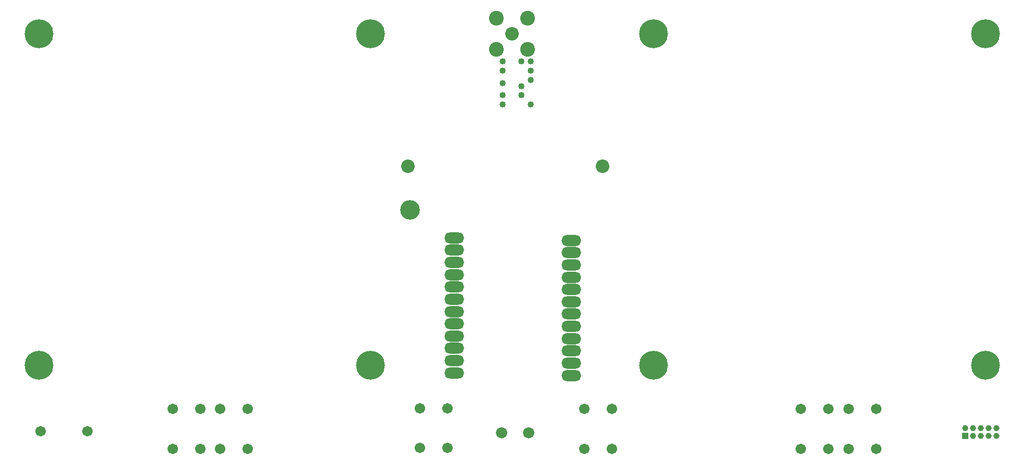
<source format=gbs>
G04 Layer_Color=16711935*
%FSLAX24Y24*%
%MOIN*%
G70*
G01*
G75*
%ADD35R,0.0394X0.0394*%
%ADD36C,0.0394*%
%ADD68C,0.0671*%
%ADD69O,0.1261X0.0710*%
%ADD70C,0.0867*%
%ADD71C,0.0946*%
%ADD72C,0.0720*%
%ADD73C,0.1261*%
%ADD74C,0.1852*%
%ADD75C,0.0400*%
D35*
X19980Y-25787D02*
D03*
D36*
Y-25287D02*
D03*
X20480Y-25787D02*
D03*
Y-25287D02*
D03*
X20980Y-25787D02*
D03*
Y-25287D02*
D03*
X21480Y-25787D02*
D03*
Y-25287D02*
D03*
X21980Y-25787D02*
D03*
Y-25287D02*
D03*
D68*
X-30807Y-26614D02*
D03*
Y-24055D02*
D03*
X-29035Y-26614D02*
D03*
Y-24055D02*
D03*
X9449Y-26614D02*
D03*
Y-24055D02*
D03*
X11220Y-26614D02*
D03*
Y-24055D02*
D03*
X-14961Y-26576D02*
D03*
Y-24017D02*
D03*
X-13189Y-26576D02*
D03*
Y-24017D02*
D03*
X-27756Y-26614D02*
D03*
Y-24055D02*
D03*
X-25984Y-26614D02*
D03*
Y-24055D02*
D03*
X12500Y-26614D02*
D03*
Y-24055D02*
D03*
X14272Y-26614D02*
D03*
Y-24055D02*
D03*
X-4429Y-26614D02*
D03*
Y-24055D02*
D03*
X-2657Y-26614D02*
D03*
Y-24055D02*
D03*
X-39250Y-25500D02*
D03*
X-36250D02*
D03*
D69*
X-12750Y-13089D02*
D03*
Y-13876D02*
D03*
Y-14663D02*
D03*
Y-15451D02*
D03*
Y-16238D02*
D03*
Y-17026D02*
D03*
Y-17813D02*
D03*
Y-18600D02*
D03*
Y-19388D02*
D03*
Y-20175D02*
D03*
Y-20963D02*
D03*
Y-21750D02*
D03*
X-5250Y-21911D02*
D03*
Y-21124D02*
D03*
Y-20337D02*
D03*
Y-19549D02*
D03*
Y-18762D02*
D03*
Y-17974D02*
D03*
Y-17187D02*
D03*
Y-16400D02*
D03*
Y-15612D02*
D03*
Y-14825D02*
D03*
Y-14037D02*
D03*
Y-13250D02*
D03*
D70*
X-9055Y0D02*
D03*
X-15730Y-8500D02*
D03*
X-3250D02*
D03*
D71*
X-10055Y1000D02*
D03*
X-8055D02*
D03*
Y-1000D02*
D03*
X-10055D02*
D03*
D72*
X-9718Y-25594D02*
D03*
X-7998D02*
D03*
D73*
X-15608Y-11299D02*
D03*
D74*
X-18110Y-21260D02*
D03*
X-39370D02*
D03*
X-18110Y0D02*
D03*
X-39370D02*
D03*
X0D02*
D03*
X21260D02*
D03*
X0Y-21260D02*
D03*
X21260D02*
D03*
D75*
X-7874Y-4528D02*
D03*
X-8465Y-3937D02*
D03*
Y-3346D02*
D03*
X-7874Y-2953D02*
D03*
Y-2362D02*
D03*
Y-1772D02*
D03*
X-8465D02*
D03*
X-9646D02*
D03*
Y-2362D02*
D03*
Y-3150D02*
D03*
Y-3937D02*
D03*
Y-4528D02*
D03*
M02*

</source>
